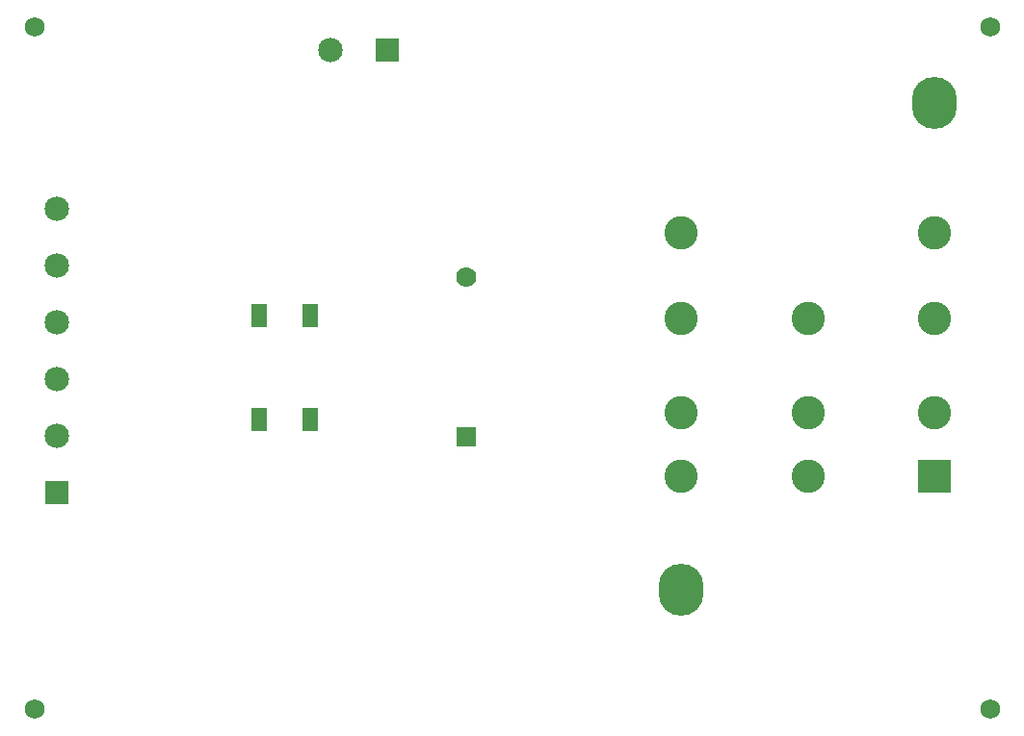
<source format=gts>
G04*
G04 #@! TF.GenerationSoftware,Altium Limited,Altium Designer,20.1.8 (145)*
G04*
G04 Layer_Color=8388736*
%FSLAX25Y25*%
%MOIN*%
G70*
G04*
G04 #@! TF.SameCoordinates,3D76E3EC-FEB2-46C7-AB75-6B0F0163D353*
G04*
G04*
G04 #@! TF.FilePolarity,Negative*
G04*
G01*
G75*
%ADD14R,0.05433X0.08268*%
%ADD15R,0.08477X0.08477*%
%ADD16C,0.08477*%
%ADD17R,0.08477X0.08477*%
%ADD18C,0.06800*%
%ADD19C,0.11535*%
%ADD20R,0.11535X0.11535*%
G04:AMPARAMS|DCode=21|XSize=155.9mil|YSize=179.92mil|CornerRadius=77.95mil|HoleSize=0mil|Usage=FLASHONLY|Rotation=180.000|XOffset=0mil|YOffset=0mil|HoleType=Round|Shape=RoundedRectangle|*
%AMROUNDEDRECTD21*
21,1,0.15590,0.02402,0,0,180.0*
21,1,0.00000,0.17992,0,0,180.0*
1,1,0.15590,0.00000,0.01201*
1,1,0.15590,0.00000,0.01201*
1,1,0.15590,0.00000,-0.01201*
1,1,0.15590,0.00000,-0.01201*
%
%ADD21ROUNDEDRECTD21*%
%ADD22R,0.07001X0.07001*%
%ADD23C,0.07001*%
D14*
X164370Y352165D02*
D03*
X164409Y387992D02*
D03*
X182047Y352165D02*
D03*
Y387992D02*
D03*
D15*
X208661Y480315D02*
D03*
D16*
X188976D02*
D03*
X94488Y425197D02*
D03*
Y405512D02*
D03*
Y385827D02*
D03*
Y366142D02*
D03*
Y346457D02*
D03*
D17*
Y326772D02*
D03*
D18*
X417323Y251969D02*
D03*
X86614D02*
D03*
X417323Y488189D02*
D03*
X86614D02*
D03*
D19*
X310571Y416929D02*
D03*
X398091D02*
D03*
X310571Y387126D02*
D03*
X354331D02*
D03*
X398091D02*
D03*
X310571Y354331D02*
D03*
X354331D02*
D03*
X398091D02*
D03*
X310571Y332520D02*
D03*
X354331D02*
D03*
D20*
X398091D02*
D03*
D21*
Y461929D02*
D03*
X310571Y293228D02*
D03*
D22*
X236220Y346063D02*
D03*
D23*
Y401575D02*
D03*
M02*

</source>
